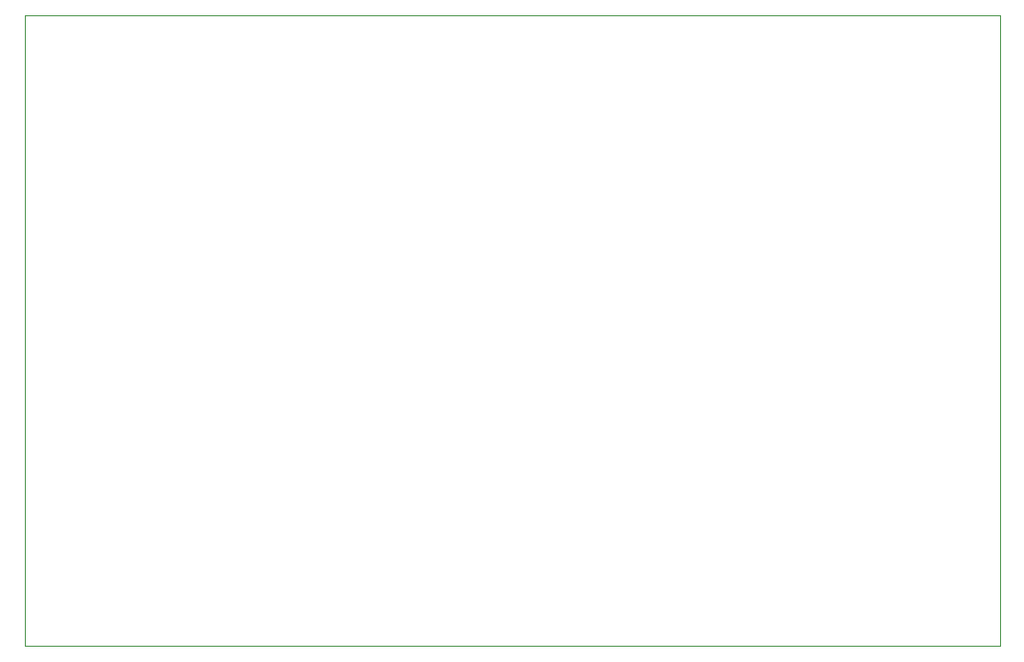
<source format=gbr>
%TF.GenerationSoftware,KiCad,Pcbnew,(6.0.4)*%
%TF.CreationDate,2022-04-18T16:03:53+05:30*%
%TF.ProjectId,esp32 switch,65737033-3220-4737-9769-7463682e6b69,rev?*%
%TF.SameCoordinates,Original*%
%TF.FileFunction,Profile,NP*%
%FSLAX46Y46*%
G04 Gerber Fmt 4.6, Leading zero omitted, Abs format (unit mm)*
G04 Created by KiCad (PCBNEW (6.0.4)) date 2022-04-18 16:03:53*
%MOMM*%
%LPD*%
G01*
G04 APERTURE LIST*
%TA.AperFunction,Profile*%
%ADD10C,0.050000*%
%TD*%
G04 APERTURE END LIST*
D10*
X88900000Y-53340000D02*
X175260000Y-53340000D01*
X175260000Y-53340000D02*
X175260000Y-109220000D01*
X175260000Y-109220000D02*
X88900000Y-109220000D01*
X88900000Y-109220000D02*
X88900000Y-53340000D01*
M02*

</source>
